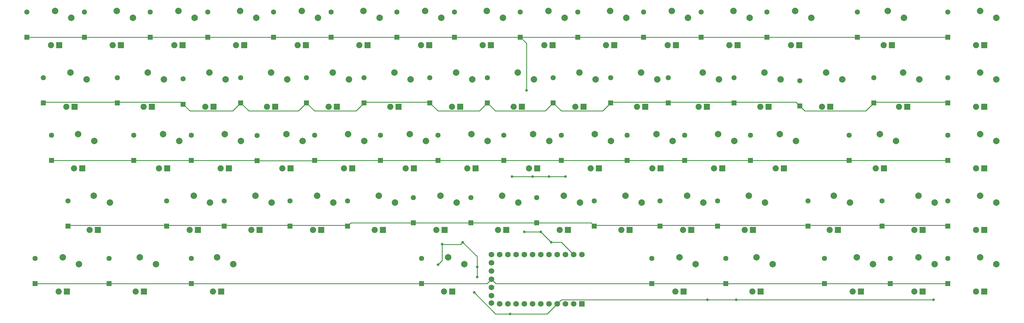
<source format=gbr>
G04 #@! TF.GenerationSoftware,KiCad,Pcbnew,6.0.2+dfsg-1*
G04 #@! TF.CreationDate,2023-02-02T22:28:34+01:00*
G04 #@! TF.ProjectId,keyboard,6b657962-6f61-4726-942e-6b696361645f,rev?*
G04 #@! TF.SameCoordinates,Original*
G04 #@! TF.FileFunction,Copper,L2,Bot*
G04 #@! TF.FilePolarity,Positive*
%FSLAX46Y46*%
G04 Gerber Fmt 4.6, Leading zero omitted, Abs format (unit mm)*
G04 Created by KiCad (PCBNEW 6.0.2+dfsg-1) date 2023-02-02 22:28:34*
%MOMM*%
%LPD*%
G01*
G04 APERTURE LIST*
G04 #@! TA.AperFunction,ComponentPad*
%ADD10C,2.000000*%
G04 #@! TD*
G04 #@! TA.AperFunction,ComponentPad*
%ADD11C,1.905000*%
G04 #@! TD*
G04 #@! TA.AperFunction,ComponentPad*
%ADD12R,1.905000X1.905000*%
G04 #@! TD*
G04 #@! TA.AperFunction,ComponentPad*
%ADD13R,1.600000X1.600000*%
G04 #@! TD*
G04 #@! TA.AperFunction,ComponentPad*
%ADD14C,1.600000*%
G04 #@! TD*
G04 #@! TA.AperFunction,ComponentPad*
%ADD15R,1.752600X1.752600*%
G04 #@! TD*
G04 #@! TA.AperFunction,ComponentPad*
%ADD16C,1.752600*%
G04 #@! TD*
G04 #@! TA.AperFunction,ViaPad*
%ADD17C,0.800000*%
G04 #@! TD*
G04 #@! TA.AperFunction,Conductor*
%ADD18C,0.250000*%
G04 #@! TD*
G04 APERTURE END LIST*
D10*
X194346500Y-76615500D03*
X189346500Y-74515500D03*
D11*
X188076500Y-85115500D03*
D12*
X190616500Y-85115500D03*
D10*
X168152750Y-114715500D03*
X163152750Y-112615500D03*
D11*
X161882750Y-123215500D03*
D12*
X164422750Y-123215500D03*
D10*
X258402750Y-112615500D03*
X263402750Y-114715500D03*
D11*
X257132750Y-123215500D03*
D12*
X259672750Y-123215500D03*
D10*
X234590250Y-112615500D03*
X239590250Y-114715500D03*
D11*
X233320250Y-123215500D03*
D12*
X235860250Y-123215500D03*
D10*
X91715250Y-112615500D03*
X96715250Y-114715500D03*
D11*
X90445250Y-123215500D03*
D12*
X92985250Y-123215500D03*
D10*
X67902750Y-112615500D03*
X72902750Y-114715500D03*
D11*
X66632750Y-123215500D03*
D12*
X69172750Y-123215500D03*
D10*
X44090250Y-112615500D03*
X49090250Y-114715500D03*
D11*
X42820250Y-123215500D03*
D12*
X45360250Y-123215500D03*
D10*
X282215250Y-93565500D03*
X287215250Y-95665500D03*
D11*
X280945250Y-104165500D03*
D12*
X283485250Y-104165500D03*
D10*
X53615250Y-93565500D03*
X58615250Y-95665500D03*
D11*
X52345250Y-104165500D03*
D12*
X54885250Y-104165500D03*
D10*
X296502750Y-74515500D03*
X301502750Y-76615500D03*
D11*
X295232750Y-85115500D03*
D12*
X297772750Y-85115500D03*
D10*
X48852750Y-74515500D03*
X53852750Y-76615500D03*
D11*
X47582750Y-85115500D03*
D12*
X50122750Y-85115500D03*
D10*
X303646500Y-55465500D03*
X308646500Y-57565500D03*
D11*
X302376500Y-66065500D03*
D12*
X304916500Y-66065500D03*
D10*
X46471500Y-55465500D03*
X51471500Y-57565500D03*
D11*
X45201500Y-66065500D03*
D12*
X47741500Y-66065500D03*
D10*
X298884000Y-36415500D03*
X303884000Y-38515500D03*
D11*
X297614000Y-47015500D03*
D12*
X300154000Y-47015500D03*
D13*
X317500000Y-44540000D03*
D14*
X317500000Y-36740000D03*
D13*
X317500000Y-120740000D03*
D14*
X317500000Y-112940000D03*
D13*
X299720000Y-120740000D03*
D14*
X299720000Y-112940000D03*
D13*
X279400000Y-120740000D03*
D14*
X279400000Y-112940000D03*
D13*
X248920000Y-120740000D03*
D14*
X248920000Y-112940000D03*
D13*
X226060000Y-120740000D03*
D14*
X226060000Y-112940000D03*
D13*
X154940000Y-120740000D03*
D14*
X154940000Y-112940000D03*
D13*
X83820000Y-120740000D03*
D14*
X83820000Y-112940000D03*
D13*
X58420000Y-120740000D03*
D14*
X58420000Y-112940000D03*
D13*
X35560000Y-120740000D03*
D14*
X35560000Y-112940000D03*
D13*
X317500000Y-102960000D03*
D14*
X317500000Y-95160000D03*
D13*
X297180000Y-102960000D03*
D14*
X297180000Y-95160000D03*
D13*
X274320000Y-102960000D03*
D14*
X274320000Y-95160000D03*
D13*
X246380000Y-102960000D03*
D14*
X246380000Y-95160000D03*
D13*
X228600000Y-102960000D03*
D14*
X228600000Y-95160000D03*
D13*
X208280000Y-102960000D03*
D14*
X208280000Y-95160000D03*
D13*
X190500000Y-101995000D03*
D14*
X190500000Y-94195000D03*
D13*
X170180000Y-101995000D03*
D14*
X170180000Y-94195000D03*
D13*
X152400000Y-101995000D03*
D14*
X152400000Y-94195000D03*
D13*
X132080000Y-102960000D03*
D14*
X132080000Y-95160000D03*
D13*
X114300000Y-102960000D03*
D14*
X114300000Y-95160000D03*
D13*
X93980000Y-102960000D03*
D14*
X93980000Y-95160000D03*
D13*
X76200000Y-102960000D03*
D14*
X76200000Y-95160000D03*
D13*
X45720000Y-102960000D03*
D14*
X45720000Y-95160000D03*
D13*
X317500000Y-82640000D03*
D14*
X317500000Y-74840000D03*
D13*
X287020000Y-82640000D03*
D14*
X287020000Y-74840000D03*
D13*
X256540000Y-82640000D03*
D14*
X256540000Y-74840000D03*
D13*
X236220000Y-82640000D03*
D14*
X236220000Y-74840000D03*
D13*
X218440000Y-82640000D03*
D14*
X218440000Y-74840000D03*
D13*
X198120000Y-82640000D03*
D14*
X198120000Y-74840000D03*
D13*
X180340000Y-82640000D03*
D14*
X180340000Y-74840000D03*
D13*
X160020000Y-82640000D03*
D14*
X160020000Y-74840000D03*
D13*
X142240000Y-82640000D03*
D14*
X142240000Y-74840000D03*
D13*
X121920000Y-82640000D03*
D14*
X121920000Y-74840000D03*
D13*
X104140000Y-82740500D03*
D14*
X104140000Y-74940500D03*
D13*
X83820000Y-82640000D03*
D14*
X83820000Y-74840000D03*
D13*
X66040000Y-82640000D03*
D14*
X66040000Y-74840000D03*
D13*
X40640000Y-82640000D03*
D14*
X40640000Y-74840000D03*
D13*
X317500000Y-64860000D03*
D14*
X317500000Y-57060000D03*
D13*
X294640000Y-64860000D03*
D14*
X294640000Y-57060000D03*
D13*
X271780000Y-65825000D03*
D14*
X271780000Y-58025000D03*
D13*
X251460000Y-64860000D03*
D14*
X251460000Y-57060000D03*
X231140000Y-57060000D03*
D13*
X231140000Y-64860000D03*
X213360000Y-64860000D03*
D14*
X213360000Y-57060000D03*
D13*
X195580000Y-64860000D03*
D14*
X195580000Y-57060000D03*
D13*
X175260000Y-64860000D03*
D14*
X175260000Y-57060000D03*
D13*
X157480000Y-64860000D03*
D14*
X157480000Y-57060000D03*
D13*
X137160000Y-64860000D03*
D14*
X137160000Y-57060000D03*
X119380000Y-57060000D03*
D13*
X119380000Y-64860000D03*
X99060000Y-64860000D03*
D14*
X99060000Y-57060000D03*
D13*
X81280000Y-65265500D03*
D14*
X81280000Y-57465500D03*
D13*
X60960000Y-64860000D03*
D14*
X60960000Y-57060000D03*
D13*
X38100000Y-64860000D03*
D14*
X38100000Y-57060000D03*
D13*
X289560000Y-44540000D03*
D14*
X289560000Y-36740000D03*
D13*
X261620000Y-44540000D03*
D14*
X261620000Y-36740000D03*
D13*
X241300000Y-44540000D03*
D14*
X241300000Y-36740000D03*
D13*
X223520000Y-44540000D03*
D14*
X223520000Y-36740000D03*
D13*
X203200000Y-44540000D03*
D14*
X203200000Y-36740000D03*
D13*
X185420000Y-44540000D03*
D14*
X185420000Y-36740000D03*
D13*
X165100000Y-44540000D03*
D14*
X165100000Y-36740000D03*
D13*
X147320000Y-44540000D03*
D14*
X147320000Y-36740000D03*
D13*
X127000000Y-44540000D03*
D14*
X127000000Y-36740000D03*
D13*
X109220000Y-44540000D03*
D14*
X109220000Y-36740000D03*
D13*
X88900000Y-44540000D03*
D14*
X88900000Y-36740000D03*
D13*
X71120000Y-44540000D03*
D14*
X71120000Y-36740000D03*
D13*
X50800000Y-44540000D03*
D14*
X50800000Y-36740000D03*
D13*
X33020000Y-44540000D03*
D14*
X33020000Y-36740000D03*
D10*
X84809000Y-38515500D03*
X79809000Y-36415500D03*
D11*
X78539000Y-47015500D03*
D12*
X81079000Y-47015500D03*
D10*
X89571500Y-95665500D03*
X84571500Y-93565500D03*
D11*
X83301500Y-104165500D03*
D12*
X85841500Y-104165500D03*
D10*
X265784000Y-57565500D03*
X260784000Y-55465500D03*
D11*
X259514000Y-66065500D03*
D12*
X262054000Y-66065500D03*
D10*
X284834000Y-57565500D03*
X279834000Y-55465500D03*
D11*
X278564000Y-66065500D03*
D12*
X281104000Y-66065500D03*
D10*
X332459000Y-114715500D03*
X327459000Y-112615500D03*
D11*
X326189000Y-123215500D03*
D12*
X328729000Y-123215500D03*
D10*
X199109000Y-38515500D03*
X194109000Y-36415500D03*
D11*
X192839000Y-47015500D03*
D12*
X195379000Y-47015500D03*
D10*
X180059000Y-38515500D03*
X175059000Y-36415500D03*
D11*
X173789000Y-47015500D03*
D12*
X176329000Y-47015500D03*
D10*
X261021500Y-95665500D03*
X256021500Y-93565500D03*
D11*
X254751500Y-104165500D03*
D12*
X257291500Y-104165500D03*
D10*
X208634000Y-57565500D03*
X203634000Y-55465500D03*
D11*
X202364000Y-66065500D03*
D12*
X204904000Y-66065500D03*
D10*
X218159000Y-38515500D03*
X213159000Y-36415500D03*
D11*
X211889000Y-47015500D03*
D12*
X214429000Y-47015500D03*
D10*
X294359000Y-114715500D03*
X289359000Y-112615500D03*
D11*
X288089000Y-123215500D03*
D12*
X290629000Y-123215500D03*
D10*
X127671500Y-95665500D03*
X122671500Y-93565500D03*
D11*
X121401500Y-104165500D03*
D12*
X123941500Y-104165500D03*
D10*
X332459000Y-57565500D03*
X327459000Y-55465500D03*
D11*
X326189000Y-66065500D03*
D12*
X328729000Y-66065500D03*
D10*
X251496500Y-76615500D03*
X246496500Y-74515500D03*
D11*
X245226500Y-85115500D03*
D12*
X247766500Y-85115500D03*
D10*
X122909000Y-38515500D03*
X117909000Y-36415500D03*
D11*
X116639000Y-47015500D03*
D12*
X119179000Y-47015500D03*
D15*
X204470000Y-127000000D03*
D16*
X201930000Y-127000000D03*
X199390000Y-127000000D03*
X196850000Y-127000000D03*
X194310000Y-127000000D03*
X191770000Y-127000000D03*
X189230000Y-127000000D03*
X186690000Y-127000000D03*
X184150000Y-127000000D03*
X181610000Y-127000000D03*
X179070000Y-127000000D03*
X176530000Y-126771400D03*
X176530000Y-111760000D03*
X179070000Y-111760000D03*
X181610000Y-111760000D03*
X184150000Y-111760000D03*
X186690000Y-111760000D03*
X189230000Y-111760000D03*
X191770000Y-111760000D03*
X194310000Y-111760000D03*
X196850000Y-111760000D03*
X199390000Y-111760000D03*
X201930000Y-111760000D03*
X204470000Y-111760000D03*
X176530000Y-124460000D03*
X176530000Y-121920000D03*
X176530000Y-119380000D03*
X176530000Y-116840000D03*
X176530000Y-114300000D03*
D10*
X213396500Y-76615500D03*
X208396500Y-74515500D03*
D11*
X207126500Y-85115500D03*
D12*
X209666500Y-85115500D03*
D10*
X161009000Y-38515500D03*
X156009000Y-36415500D03*
D11*
X154739000Y-47015500D03*
D12*
X157279000Y-47015500D03*
D10*
X99096500Y-76615500D03*
X94096500Y-74515500D03*
D11*
X92826500Y-85115500D03*
D12*
X95366500Y-85115500D03*
D10*
X184821500Y-95665500D03*
X179821500Y-93565500D03*
D11*
X178551500Y-104165500D03*
D12*
X181091500Y-104165500D03*
D10*
X132434000Y-57565500D03*
X127434000Y-55465500D03*
D11*
X126164000Y-66065500D03*
D12*
X128704000Y-66065500D03*
D10*
X227684000Y-57565500D03*
X222684000Y-55465500D03*
D11*
X221414000Y-66065500D03*
D12*
X223954000Y-66065500D03*
D10*
X146721500Y-95665500D03*
X141721500Y-93565500D03*
D11*
X140451500Y-104165500D03*
D12*
X142991500Y-104165500D03*
D10*
X313409000Y-114715500D03*
X308409000Y-112615500D03*
D11*
X307139000Y-123215500D03*
D12*
X309679000Y-123215500D03*
D10*
X165771500Y-95665500D03*
X160771500Y-93565500D03*
D11*
X159501500Y-104165500D03*
D12*
X162041500Y-104165500D03*
D10*
X156246500Y-76615500D03*
X151246500Y-74515500D03*
D11*
X149976500Y-85115500D03*
D12*
X152516500Y-85115500D03*
D10*
X203871500Y-95665500D03*
X198871500Y-93565500D03*
D11*
X197601500Y-104165500D03*
D12*
X200141500Y-104165500D03*
D10*
X313409000Y-95665500D03*
X308409000Y-93565500D03*
D11*
X307139000Y-104165500D03*
D12*
X309679000Y-104165500D03*
D10*
X103859000Y-38515500D03*
X98859000Y-36415500D03*
D11*
X97589000Y-47015500D03*
D12*
X100129000Y-47015500D03*
D10*
X246734000Y-57565500D03*
X241734000Y-55465500D03*
D11*
X240464000Y-66065500D03*
D12*
X243004000Y-66065500D03*
D10*
X118146500Y-76615500D03*
X113146500Y-74515500D03*
D11*
X111876500Y-85115500D03*
D12*
X114416500Y-85115500D03*
D10*
X75284000Y-57565500D03*
X70284000Y-55465500D03*
D11*
X69014000Y-66065500D03*
D12*
X71554000Y-66065500D03*
D10*
X141959000Y-38515500D03*
X136959000Y-36415500D03*
D11*
X135689000Y-47015500D03*
D12*
X138229000Y-47015500D03*
D10*
X80046500Y-76615500D03*
X75046500Y-74515500D03*
D11*
X73776500Y-85115500D03*
D12*
X76316500Y-85115500D03*
D10*
X151484000Y-57565500D03*
X146484000Y-55465500D03*
D11*
X145214000Y-66065500D03*
D12*
X147754000Y-66065500D03*
D10*
X94334000Y-57565500D03*
X89334000Y-55465500D03*
D11*
X88064000Y-66065500D03*
D12*
X90604000Y-66065500D03*
D10*
X332459000Y-38515500D03*
X327459000Y-36415500D03*
D11*
X326189000Y-47015500D03*
D12*
X328729000Y-47015500D03*
D10*
X108621500Y-95665500D03*
X103621500Y-93565500D03*
D11*
X102351500Y-104165500D03*
D12*
X104891500Y-104165500D03*
D10*
X256259000Y-38515500D03*
X251259000Y-36415500D03*
D11*
X249989000Y-47015500D03*
D12*
X252529000Y-47015500D03*
D10*
X175296500Y-76615500D03*
X170296500Y-74515500D03*
D11*
X169026500Y-85115500D03*
D12*
X171566500Y-85115500D03*
D10*
X170534000Y-57565500D03*
X165534000Y-55465500D03*
D11*
X164264000Y-66065500D03*
D12*
X166804000Y-66065500D03*
D10*
X189584000Y-57565500D03*
X184584000Y-55465500D03*
D11*
X183314000Y-66065500D03*
D12*
X185854000Y-66065500D03*
D10*
X65759000Y-38515500D03*
X60759000Y-36415500D03*
D11*
X59489000Y-47015500D03*
D12*
X62029000Y-47015500D03*
D10*
X222921500Y-95665500D03*
X217921500Y-93565500D03*
D11*
X216651500Y-104165500D03*
D12*
X219191500Y-104165500D03*
D10*
X241971500Y-95665500D03*
X236971500Y-93565500D03*
D11*
X235701500Y-104165500D03*
D12*
X238241500Y-104165500D03*
D10*
X113384000Y-57565500D03*
X108384000Y-55465500D03*
D11*
X107114000Y-66065500D03*
D12*
X109654000Y-66065500D03*
D10*
X332459000Y-95665500D03*
X327459000Y-93565500D03*
D11*
X326189000Y-104165500D03*
D12*
X328729000Y-104165500D03*
D10*
X270546500Y-76615500D03*
X265546500Y-74515500D03*
D11*
X264276500Y-85115500D03*
D12*
X266816500Y-85115500D03*
D10*
X46709000Y-38515500D03*
X41709000Y-36415500D03*
D11*
X40439000Y-47015500D03*
D12*
X42979000Y-47015500D03*
D10*
X332459000Y-76615500D03*
X327459000Y-74515500D03*
D11*
X326189000Y-85115500D03*
D12*
X328729000Y-85115500D03*
D10*
X237209000Y-38515500D03*
X232209000Y-36415500D03*
D11*
X230939000Y-47015500D03*
D12*
X233479000Y-47015500D03*
D10*
X275309000Y-38515500D03*
X270309000Y-36415500D03*
D11*
X269039000Y-47015500D03*
D12*
X271579000Y-47015500D03*
D10*
X137196500Y-76615500D03*
X132196500Y-74515500D03*
D11*
X130926500Y-85115500D03*
D12*
X133466500Y-85115500D03*
D10*
X232446500Y-76615500D03*
X227446500Y-74515500D03*
D11*
X226176500Y-85115500D03*
D12*
X228716500Y-85115500D03*
D17*
X313055000Y-125730000D03*
X243205000Y-125730000D03*
X252095000Y-125730000D03*
X160020000Y-114935000D03*
X171132500Y-123507500D03*
X172085000Y-115570000D03*
X172085000Y-118745000D03*
X189230000Y-87630000D03*
X194310000Y-87630000D03*
X199390000Y-87630000D03*
X182880000Y-87630000D03*
X186690000Y-104775000D03*
X191770000Y-104775000D03*
X194945000Y-107950000D03*
X161290000Y-108585000D03*
X167640000Y-107950000D03*
X182245000Y-130175000D03*
X187325000Y-60960000D03*
D18*
X252095000Y-125730000D02*
X313055000Y-125730000D01*
X243205000Y-125730000D02*
X252095000Y-125730000D01*
X198120000Y-125730000D02*
X243205000Y-125730000D01*
X196850000Y-127000000D02*
X198120000Y-125730000D01*
X161290000Y-113665000D02*
X160020000Y-114935000D01*
X161290000Y-108585000D02*
X161290000Y-113665000D01*
X182245000Y-130175000D02*
X177800000Y-130175000D01*
X177800000Y-130175000D02*
X171132500Y-123507500D01*
X172085000Y-115570000D02*
X172085000Y-118745000D01*
X172085000Y-112395000D02*
X172085000Y-115570000D01*
X167640000Y-107950000D02*
X172085000Y-112395000D01*
X187325000Y-60960000D02*
X187325000Y-46445000D01*
X187325000Y-46445000D02*
X185420000Y-44540000D01*
X189230000Y-87630000D02*
X194310000Y-87630000D01*
X194310000Y-87630000D02*
X199390000Y-87630000D01*
X182880000Y-87630000D02*
X189230000Y-87630000D01*
X191770000Y-104775000D02*
X186690000Y-104775000D01*
X194945000Y-107950000D02*
X198120000Y-107950000D01*
X198120000Y-107950000D02*
X201930000Y-111760000D01*
X194945000Y-107950000D02*
X191770000Y-104775000D01*
X161290000Y-108585000D02*
X161167307Y-108462307D01*
X167640000Y-107950000D02*
X166915489Y-108674511D01*
X166915489Y-108674511D02*
X161379511Y-108674511D01*
X161379511Y-108674511D02*
X161290000Y-108585000D01*
X193675000Y-130175000D02*
X182245000Y-130175000D01*
X196850000Y-127000000D02*
X193675000Y-130175000D01*
X226060000Y-120740000D02*
X177890000Y-120740000D01*
X177890000Y-120740000D02*
X176530000Y-119380000D01*
X154940000Y-120740000D02*
X175170000Y-120740000D01*
X175170000Y-120740000D02*
X176530000Y-119380000D01*
X176060989Y-111290989D02*
X176530000Y-111760000D01*
X176114500Y-114715500D02*
X176530000Y-114300000D01*
X248920000Y-120740000D02*
X226060000Y-120740000D01*
X279400000Y-120740000D02*
X248920000Y-120740000D01*
X299720000Y-120740000D02*
X279400000Y-120740000D01*
X317500000Y-120740000D02*
X299720000Y-120740000D01*
X83820000Y-120740000D02*
X154940000Y-120740000D01*
X58420000Y-120740000D02*
X83820000Y-120740000D01*
X35560000Y-120740000D02*
X58420000Y-120740000D01*
X76200000Y-102960000D02*
X75930979Y-102690979D01*
X75930979Y-102690979D02*
X45989021Y-102690979D01*
X45989021Y-102690979D02*
X45720000Y-102960000D01*
X93980000Y-102960000D02*
X93710979Y-102690979D01*
X93710979Y-102690979D02*
X76469021Y-102690979D01*
X76469021Y-102690979D02*
X76200000Y-102960000D01*
X114300000Y-102960000D02*
X114030979Y-102690979D01*
X114030979Y-102690979D02*
X94249021Y-102690979D01*
X94249021Y-102690979D02*
X93980000Y-102960000D01*
X132080000Y-102960000D02*
X131810979Y-102690979D01*
X131810979Y-102690979D02*
X114569021Y-102690979D01*
X114569021Y-102690979D02*
X114300000Y-102960000D01*
X152400000Y-101995000D02*
X133045000Y-101995000D01*
X133045000Y-101995000D02*
X132080000Y-102960000D01*
X170180000Y-101995000D02*
X152400000Y-101995000D01*
X190500000Y-101995000D02*
X170180000Y-101995000D01*
X208280000Y-102960000D02*
X207315000Y-101995000D01*
X207315000Y-101995000D02*
X190500000Y-101995000D01*
X228600000Y-102960000D02*
X228330979Y-102690979D01*
X228330979Y-102690979D02*
X208549021Y-102690979D01*
X208549021Y-102690979D02*
X208280000Y-102960000D01*
X246380000Y-102960000D02*
X246110979Y-102690979D01*
X246110979Y-102690979D02*
X228869021Y-102690979D01*
X228869021Y-102690979D02*
X228600000Y-102960000D01*
X274320000Y-102960000D02*
X274050979Y-102690979D01*
X274050979Y-102690979D02*
X246649021Y-102690979D01*
X246649021Y-102690979D02*
X246380000Y-102960000D01*
X297180000Y-102960000D02*
X296910979Y-102690979D01*
X296910979Y-102690979D02*
X274589021Y-102690979D01*
X274589021Y-102690979D02*
X274320000Y-102960000D01*
X317500000Y-102960000D02*
X317230979Y-102690979D01*
X317230979Y-102690979D02*
X297449021Y-102690979D01*
X297449021Y-102690979D02*
X297180000Y-102960000D01*
X287020000Y-82640000D02*
X317500000Y-82640000D01*
X256540000Y-82640000D02*
X287020000Y-82640000D01*
X236220000Y-82640000D02*
X256540000Y-82640000D01*
X218440000Y-82640000D02*
X236220000Y-82640000D01*
X198120000Y-82640000D02*
X218440000Y-82640000D01*
X180340000Y-82640000D02*
X198120000Y-82640000D01*
X160020000Y-82640000D02*
X180340000Y-82640000D01*
X142240000Y-82640000D02*
X160020000Y-82640000D01*
X121920000Y-82640000D02*
X142240000Y-82640000D01*
X104140000Y-82740500D02*
X121819500Y-82740500D01*
X121819500Y-82740500D02*
X121920000Y-82640000D01*
X83820000Y-82640000D02*
X104039500Y-82640000D01*
X104039500Y-82640000D02*
X104140000Y-82740500D01*
X66040000Y-82640000D02*
X83820000Y-82640000D01*
X40640000Y-82640000D02*
X66040000Y-82640000D01*
X60960000Y-64860000D02*
X60690979Y-64590979D01*
X60690979Y-64590979D02*
X38369021Y-64590979D01*
X38369021Y-64590979D02*
X38100000Y-64860000D01*
X81280000Y-65265500D02*
X80605479Y-64590979D01*
X80605479Y-64590979D02*
X61229021Y-64590979D01*
X61229021Y-64590979D02*
X60960000Y-64860000D01*
X99060000Y-64860000D02*
X96577489Y-67342511D01*
X96577489Y-67342511D02*
X83357011Y-67342511D01*
X83357011Y-67342511D02*
X81280000Y-65265500D01*
X119380000Y-64860000D02*
X116897489Y-67342511D01*
X116897489Y-67342511D02*
X101542511Y-67342511D01*
X101542511Y-67342511D02*
X99060000Y-64860000D01*
X137160000Y-64860000D02*
X134677489Y-67342511D01*
X134677489Y-67342511D02*
X121862511Y-67342511D01*
X121862511Y-67342511D02*
X119380000Y-64860000D01*
X157480000Y-64860000D02*
X157210979Y-64590979D01*
X157210979Y-64590979D02*
X137429021Y-64590979D01*
X137429021Y-64590979D02*
X137160000Y-64860000D01*
X175260000Y-64860000D02*
X172777489Y-67342511D01*
X172777489Y-67342511D02*
X159962511Y-67342511D01*
X159962511Y-67342511D02*
X157480000Y-64860000D01*
X195580000Y-64860000D02*
X193097489Y-67342511D01*
X177742511Y-67342511D02*
X175260000Y-64860000D01*
X193097489Y-67342511D02*
X177742511Y-67342511D01*
X213360000Y-64860000D02*
X210877489Y-67342511D01*
X210877489Y-67342511D02*
X198062511Y-67342511D01*
X198062511Y-67342511D02*
X195580000Y-64860000D01*
X231140000Y-64860000D02*
X230870979Y-64590979D01*
X230870979Y-64590979D02*
X213629021Y-64590979D01*
X213629021Y-64590979D02*
X213360000Y-64860000D01*
X251460000Y-64860000D02*
X251190979Y-64590979D01*
X251190979Y-64590979D02*
X231409021Y-64590979D01*
X231409021Y-64590979D02*
X231140000Y-64860000D01*
X271780000Y-65825000D02*
X270545979Y-64590979D01*
X270545979Y-64590979D02*
X251729021Y-64590979D01*
X251729021Y-64590979D02*
X251460000Y-64860000D01*
X294640000Y-64860000D02*
X292157489Y-67342511D01*
X292157489Y-67342511D02*
X273297511Y-67342511D01*
X273297511Y-67342511D02*
X271780000Y-65825000D01*
X317500000Y-64860000D02*
X317230979Y-64590979D01*
X317230979Y-64590979D02*
X294909021Y-64590979D01*
X294909021Y-64590979D02*
X294640000Y-64860000D01*
X289560000Y-44540000D02*
X317500000Y-44540000D01*
X261620000Y-44540000D02*
X289560000Y-44540000D01*
X241300000Y-44540000D02*
X261620000Y-44540000D01*
X223520000Y-44540000D02*
X241300000Y-44540000D01*
X203200000Y-44540000D02*
X223520000Y-44540000D01*
X185420000Y-44540000D02*
X203200000Y-44540000D01*
X165100000Y-44540000D02*
X185420000Y-44540000D01*
X147320000Y-44540000D02*
X165100000Y-44540000D01*
X127000000Y-44540000D02*
X147320000Y-44540000D01*
X109220000Y-44540000D02*
X127000000Y-44540000D01*
X88900000Y-44540000D02*
X109220000Y-44540000D01*
X71120000Y-44540000D02*
X88900000Y-44540000D01*
X50800000Y-44540000D02*
X71120000Y-44540000D01*
X33020000Y-44540000D02*
X50800000Y-44540000D01*
M02*

</source>
